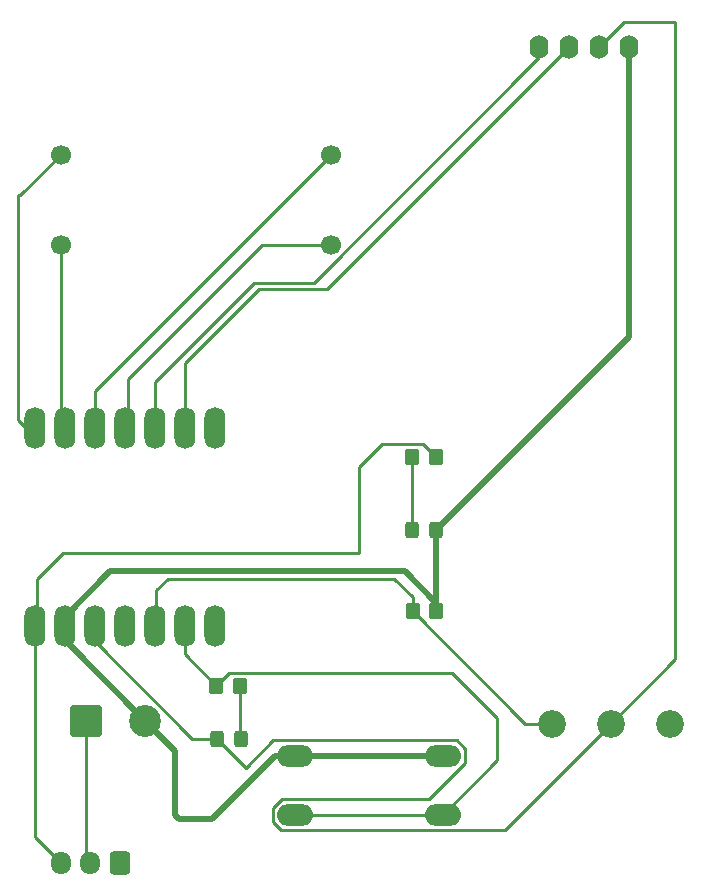
<source format=gbr>
%TF.GenerationSoftware,KiCad,Pcbnew,7.0.10*%
%TF.CreationDate,2024-02-12T12:18:25-08:00*%
%TF.ProjectId,PCB,5043422e-6b69-4636-9164-5f7063625858,1.0*%
%TF.SameCoordinates,Original*%
%TF.FileFunction,Copper,L1,Top*%
%TF.FilePolarity,Positive*%
%FSLAX46Y46*%
G04 Gerber Fmt 4.6, Leading zero omitted, Abs format (unit mm)*
G04 Created by KiCad (PCBNEW 7.0.10) date 2024-02-12 12:18:25*
%MOMM*%
%LPD*%
G01*
G04 APERTURE LIST*
G04 Aperture macros list*
%AMRoundRect*
0 Rectangle with rounded corners*
0 $1 Rounding radius*
0 $2 $3 $4 $5 $6 $7 $8 $9 X,Y pos of 4 corners*
0 Add a 4 corners polygon primitive as box body*
4,1,4,$2,$3,$4,$5,$6,$7,$8,$9,$2,$3,0*
0 Add four circle primitives for the rounded corners*
1,1,$1+$1,$2,$3*
1,1,$1+$1,$4,$5*
1,1,$1+$1,$6,$7*
1,1,$1+$1,$8,$9*
0 Add four rect primitives between the rounded corners*
20,1,$1+$1,$2,$3,$4,$5,0*
20,1,$1+$1,$4,$5,$6,$7,0*
20,1,$1+$1,$6,$7,$8,$9,0*
20,1,$1+$1,$8,$9,$2,$3,0*%
G04 Aperture macros list end*
%TA.AperFunction,SMDPad,CuDef*%
%ADD10RoundRect,0.250000X0.350000X0.450000X-0.350000X0.450000X-0.350000X-0.450000X0.350000X-0.450000X0*%
%TD*%
%TA.AperFunction,SMDPad,CuDef*%
%ADD11RoundRect,0.250000X0.325000X0.450000X-0.325000X0.450000X-0.325000X-0.450000X0.325000X-0.450000X0*%
%TD*%
%TA.AperFunction,ComponentPad*%
%ADD12RoundRect,0.250000X0.600000X0.725000X-0.600000X0.725000X-0.600000X-0.725000X0.600000X-0.725000X0*%
%TD*%
%TA.AperFunction,ComponentPad*%
%ADD13O,1.700000X1.950000*%
%TD*%
%TA.AperFunction,SMDPad,CuDef*%
%ADD14RoundRect,0.250000X-0.350000X-0.450000X0.350000X-0.450000X0.350000X0.450000X-0.350000X0.450000X0*%
%TD*%
%TA.AperFunction,ComponentPad*%
%ADD15RoundRect,0.250001X-1.099999X-1.099999X1.099999X-1.099999X1.099999X1.099999X-1.099999X1.099999X0*%
%TD*%
%TA.AperFunction,ComponentPad*%
%ADD16C,2.700000*%
%TD*%
%TA.AperFunction,ComponentPad*%
%ADD17C,2.340000*%
%TD*%
%TA.AperFunction,ComponentPad*%
%ADD18O,1.778000X3.556000*%
%TD*%
%TA.AperFunction,ComponentPad*%
%ADD19C,1.700000*%
%TD*%
%TA.AperFunction,ComponentPad*%
%ADD20O,3.048000X1.850000*%
%TD*%
%TA.AperFunction,ComponentPad*%
%ADD21O,1.600000X2.000000*%
%TD*%
%TA.AperFunction,Conductor*%
%ADD22C,0.500000*%
%TD*%
%TA.AperFunction,Conductor*%
%ADD23C,0.254000*%
%TD*%
G04 APERTURE END LIST*
D10*
%TO.P,R3,1*%
%TO.N,Net-(D2-K)*%
X217670200Y-121725000D03*
%TO.P,R3,2*%
%TO.N,Net-(SW2-A)*%
X215670200Y-121725000D03*
%TD*%
D11*
%TO.P,D1,1,K*%
%TO.N,GND*%
X234281400Y-108517000D03*
%TO.P,D1,2,A*%
%TO.N,Net-(D1-A)*%
X232231400Y-108517000D03*
%TD*%
D12*
%TO.P,SW1,1,A*%
%TO.N,unconnected-(SW1-A-Pad1)*%
X207475400Y-136711000D03*
D13*
%TO.P,SW1,2,B*%
%TO.N,/BAT*%
X204975400Y-136711000D03*
%TO.P,SW1,3,C*%
%TO.N,/VCC*%
X202475400Y-136711000D03*
%TD*%
D14*
%TO.P,R2,1*%
%TO.N,Net-(U1-GPIO8_A9_D9_CIPO)*%
X232281800Y-115379000D03*
%TO.P,R2,2*%
%TO.N,GND*%
X234281800Y-115379000D03*
%TD*%
D15*
%TO.P,BT1,1,+*%
%TO.N,/BAT*%
X204639100Y-124654800D03*
D16*
%TO.P,BT1,2,-*%
%TO.N,GND*%
X209639100Y-124654800D03*
%TD*%
D11*
%TO.P,D2,1,K*%
%TO.N,Net-(D2-K)*%
X217746000Y-126195400D03*
%TO.P,D2,2,A*%
%TO.N,/3V3*%
X215696000Y-126195400D03*
%TD*%
D10*
%TO.P,R1,1*%
%TO.N,/VCC*%
X234256400Y-102344800D03*
%TO.P,R1,2*%
%TO.N,Net-(D1-A)*%
X232256400Y-102344800D03*
%TD*%
D17*
%TO.P,RV1,1,1*%
%TO.N,unconnected-(RV1-Pad1)*%
X254096800Y-124904000D03*
%TO.P,RV1,2,2*%
%TO.N,/3V3*%
X249096800Y-124904000D03*
%TO.P,RV1,3,3*%
%TO.N,Net-(U1-GPIO8_A9_D9_CIPO)*%
X244096800Y-124904000D03*
%TD*%
D18*
%TO.P,U1,1,GPIO1_A0_D0*%
%TO.N,Net-(U1-GPIO1_A0_D0)*%
X200287200Y-99855600D03*
%TO.P,U1,2,GPIO2_A1_D1*%
%TO.N,Net-(M1--)*%
X202827200Y-99855600D03*
%TO.P,U1,3,GPIO3_A2_D2*%
%TO.N,Net-(U1-GPIO3_A2_D2)*%
X205367200Y-99855600D03*
%TO.P,U1,4,GPIO4_A3_D3*%
%TO.N,Net-(U1-GPIO4_A3_D3)*%
X207907200Y-99855600D03*
%TO.P,U1,5,GPIO4_A3_D3_SDA*%
%TO.N,Net-(OLED_Brd1-SDA)*%
X210447200Y-99855600D03*
%TO.P,U1,6,GPIO6_A5_D5_SCL*%
%TO.N,Net-(OLED_Brd1-SCL)*%
X212987200Y-99855600D03*
%TO.P,U1,7,GPIO43_TX_D6*%
%TO.N,unconnected-(U1-GPIO43_TX_D6-Pad7)*%
X215527200Y-99855600D03*
%TO.P,U1,8,5V*%
%TO.N,/VCC*%
X200287200Y-116619600D03*
%TO.P,U1,9,GND*%
%TO.N,GND*%
X202827200Y-116619600D03*
%TO.P,U1,10,3V3*%
%TO.N,/3V3*%
X205367200Y-116619600D03*
%TO.P,U1,11,GPIO9_A10_D10_COPI*%
%TO.N,unconnected-(U1-GPIO9_A10_D10_COPI-Pad11)*%
X207907200Y-116619600D03*
%TO.P,U1,12,GPIO8_A9_D9_CIPO*%
%TO.N,Net-(U1-GPIO8_A9_D9_CIPO)*%
X210447200Y-116619600D03*
%TO.P,U1,13,GPIO7_A8_D8_SCK*%
%TO.N,Net-(SW2-A)*%
X212987200Y-116619600D03*
%TO.P,U1,14,GPIO44_D7_RX*%
%TO.N,unconnected-(U1-GPIO44_D7_RX-Pad14)*%
X215527200Y-116619600D03*
%TD*%
D19*
%TO.P,M1,1*%
%TO.N,Net-(U1-GPIO1_A0_D0)*%
X202522400Y-76716200D03*
%TO.P,M1,2,-*%
%TO.N,Net-(M1--)*%
X202522400Y-84336200D03*
%TO.P,M1,3*%
%TO.N,Net-(U1-GPIO4_A3_D3)*%
X225382400Y-84336200D03*
%TO.P,M1,4*%
%TO.N,Net-(U1-GPIO3_A2_D2)*%
X225382400Y-76716200D03*
%TD*%
D20*
%TO.P,SW2,1,A*%
%TO.N,Net-(SW2-A)*%
X222346800Y-132604000D03*
X234846800Y-132604000D03*
%TO.P,SW2,2,B*%
%TO.N,GND*%
X222346800Y-127604000D03*
X234846800Y-127604000D03*
%TD*%
D21*
%TO.P,OLED_Brd1,1,GND*%
%TO.N,GND*%
X250604600Y-67597600D03*
%TO.P,OLED_Brd1,2,VCC*%
%TO.N,/3V3*%
X248064600Y-67597600D03*
%TO.P,OLED_Brd1,3,SCL*%
%TO.N,Net-(OLED_Brd1-SCL)*%
X245524600Y-67597600D03*
%TO.P,OLED_Brd1,4,SDA*%
%TO.N,Net-(OLED_Brd1-SDA)*%
X242984600Y-67597600D03*
%TD*%
D22*
%TO.N,GND*%
X215273200Y-132951800D02*
X212479200Y-132951800D01*
X234281800Y-114679000D02*
X234281800Y-115379000D01*
X234281400Y-115378600D02*
X234281800Y-115379000D01*
X212479200Y-132951800D02*
X212199800Y-132672400D01*
X206684000Y-112000800D02*
X231603600Y-112000800D01*
X202827200Y-115857600D02*
X206684000Y-112000800D01*
X222346800Y-127604000D02*
X234846800Y-127604000D01*
X220621000Y-127604000D02*
X215273200Y-132951800D01*
X209639100Y-124654800D02*
X212199800Y-127215500D01*
X202827200Y-115857600D02*
X202827200Y-117842900D01*
X234281400Y-108517000D02*
X234281400Y-115378600D01*
X222346800Y-127604000D02*
X220621000Y-127604000D01*
X250604600Y-67597600D02*
X250604600Y-92193800D01*
X250604600Y-92193800D02*
X234281400Y-108517000D01*
X250604600Y-67597600D02*
X250770800Y-67763800D01*
X231603600Y-112000800D02*
X234281800Y-114679000D01*
X212199800Y-127215500D02*
X212199800Y-132672400D01*
X202827200Y-117842900D02*
X209639100Y-124654800D01*
D23*
%TO.N,Net-(D1-A)*%
X232231400Y-108517000D02*
X232231400Y-102369800D01*
X232231400Y-102369800D02*
X232256400Y-102344800D01*
%TO.N,Net-(D2-K)*%
X217670200Y-121725000D02*
X217670200Y-126119600D01*
X217670200Y-126119600D02*
X217746000Y-126195400D01*
%TO.N,Net-(U1-GPIO1_A0_D0)*%
X198890200Y-80170600D02*
X198890200Y-99220600D01*
X199068000Y-80170600D02*
X198890200Y-80170600D01*
X202522400Y-76716200D02*
X199068000Y-80170600D01*
X198890200Y-99220600D02*
X200287200Y-100617600D01*
%TO.N,Net-(M1--)*%
X202522400Y-84336200D02*
X202522400Y-100312800D01*
X202522400Y-100312800D02*
X202827200Y-100617600D01*
%TO.N,Net-(U1-GPIO3_A2_D2)*%
X225382400Y-76716200D02*
X205367200Y-96731400D01*
X205367200Y-96731400D02*
X205367200Y-100617600D01*
%TO.N,Net-(U1-GPIO4_A3_D3)*%
X208161200Y-95715400D02*
X208161200Y-100363600D01*
X208161200Y-100363600D02*
X207907200Y-100617600D01*
X225382400Y-84336200D02*
X219540400Y-84336200D01*
X219540400Y-84336200D02*
X208161200Y-95715400D01*
%TO.N,Net-(OLED_Brd1-SDA)*%
X223897497Y-87562000D02*
X218854600Y-87562000D01*
X242984600Y-68474897D02*
X223897497Y-87562000D01*
X242984600Y-67597600D02*
X242984600Y-68474897D01*
X210447200Y-95969400D02*
X210447200Y-100617600D01*
X218854600Y-87562000D02*
X210447200Y-95969400D01*
%TO.N,Net-(OLED_Brd1-SCL)*%
X212987200Y-94394600D02*
X212987200Y-100617600D01*
X219285127Y-88096673D02*
X212987200Y-94394600D01*
X245524600Y-67597600D02*
X225025527Y-88096673D01*
X225025527Y-88096673D02*
X219285127Y-88096673D01*
%TO.N,Net-(U1-GPIO8_A9_D9_CIPO)*%
X232281800Y-114171800D02*
X230741800Y-112631800D01*
X230741800Y-112631800D02*
X211539400Y-112631800D01*
X241806800Y-124904000D02*
X244096800Y-124904000D01*
X232281800Y-115379000D02*
X241806800Y-124904000D01*
X232281800Y-115379000D02*
X232281800Y-114171800D01*
X210447200Y-115857600D02*
X210447200Y-116764651D01*
X211539400Y-112631800D02*
X210548800Y-113622400D01*
X210548800Y-115756000D02*
X210447200Y-115857600D01*
X210548800Y-113622400D02*
X210548800Y-115756000D01*
%TO.N,Net-(SW2-A)*%
X235655200Y-120644000D02*
X216751200Y-120644000D01*
X212987200Y-119042000D02*
X215670200Y-121725000D01*
X239454000Y-124442800D02*
X235655200Y-120644000D01*
X234846800Y-132604000D02*
X239454000Y-127996800D01*
X239454000Y-127996800D02*
X239454000Y-124442800D01*
X216751200Y-120644000D02*
X215670200Y-121725000D01*
X222346800Y-132604000D02*
X234846800Y-132604000D01*
X212987200Y-115857600D02*
X212987200Y-119042000D01*
%TO.N,/BAT*%
X204639100Y-124654800D02*
X204639100Y-136374700D01*
X204639100Y-136374700D02*
X204975400Y-136711000D01*
%TO.N,/3V3*%
X220441800Y-132063037D02*
X220441800Y-133243600D01*
X205367200Y-115857600D02*
X205367200Y-117934896D01*
X254541600Y-119459200D02*
X249096800Y-124904000D01*
X215696000Y-126195400D02*
X218145416Y-128644816D01*
X218145416Y-128644816D02*
X220492232Y-126298000D01*
X213627704Y-126195400D02*
X215696000Y-126195400D01*
X240090800Y-133910000D02*
X249096800Y-124904000D01*
X221206837Y-131298000D02*
X220441800Y-132063037D01*
X236751800Y-127049200D02*
X236751800Y-128211800D01*
X205367200Y-117934896D02*
X213627704Y-126195400D01*
X250147400Y-65514800D02*
X254541600Y-65514800D01*
X221108200Y-133910000D02*
X240090800Y-133910000D01*
X220441800Y-133243600D02*
X221108200Y-133910000D01*
X236000600Y-126298000D02*
X236751800Y-127049200D01*
X233665600Y-131298000D02*
X221206837Y-131298000D01*
X254541600Y-65514800D02*
X254541600Y-119459200D01*
X220492232Y-126298000D02*
X236000600Y-126298000D01*
X236751800Y-128211800D02*
X233665600Y-131298000D01*
X248064600Y-67597600D02*
X250147400Y-65514800D01*
%TO.N,/VCC*%
X200490400Y-112631800D02*
X200490400Y-115654400D01*
X202700200Y-110422000D02*
X200490400Y-112631800D01*
X200287200Y-134522800D02*
X202475400Y-136711000D01*
X233175400Y-101263800D02*
X229689200Y-101263800D01*
X227770000Y-110422000D02*
X202700200Y-110422000D01*
X227770000Y-103183000D02*
X227770000Y-110422000D01*
X200490400Y-115654400D02*
X200287200Y-115857600D01*
X200287200Y-115857600D02*
X200287200Y-134522800D01*
X234256400Y-102344800D02*
X233175400Y-101263800D01*
X229689200Y-101263800D02*
X227770000Y-103183000D01*
%TD*%
M02*

</source>
